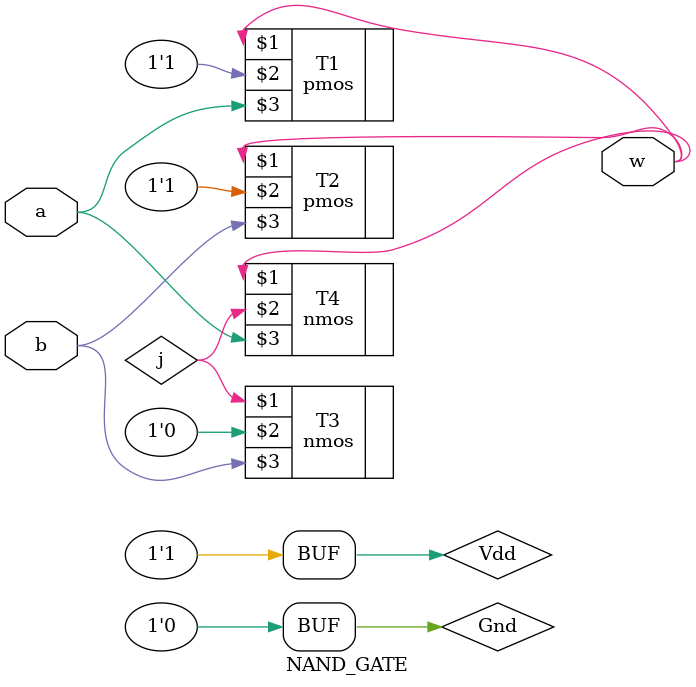
<source format=sv>
`timescale 1ns/1ns
module NAND_GATE (input a,b,output w);
wire j;
supply1 Vdd;
supply0 Gnd;
pmos #(5,6,7) T1(w,Vdd,a);
pmos #(5,6,7) T2(w,Vdd,b);
nmos #(3,4,5) T3(j,Gnd,b);
nmos #(3,4,5) T4(w,j,a);
endmodule
</source>
